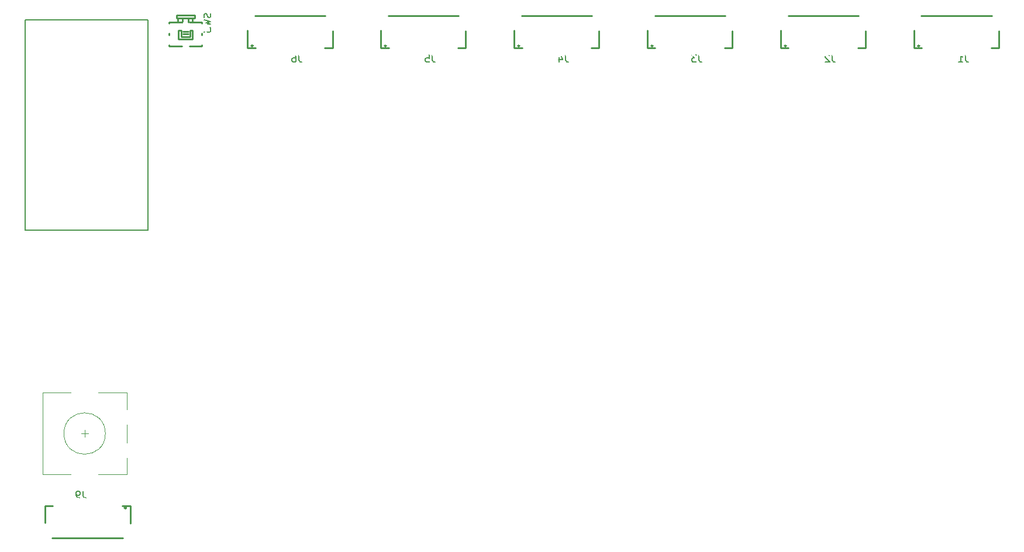
<source format=gbo>
G04 #@! TF.GenerationSoftware,KiCad,Pcbnew,7.0.8*
G04 #@! TF.CreationDate,2023-10-21T22:22:20-07:00*
G04 #@! TF.ProjectId,Seismos_5CoreR,53656973-6d6f-4735-9f35-436f7265522e,rev?*
G04 #@! TF.SameCoordinates,Original*
G04 #@! TF.FileFunction,Legend,Bot*
G04 #@! TF.FilePolarity,Positive*
%FSLAX46Y46*%
G04 Gerber Fmt 4.6, Leading zero omitted, Abs format (unit mm)*
G04 Created by KiCad (PCBNEW 7.0.8) date 2023-10-21 22:22:20*
%MOMM*%
%LPD*%
G01*
G04 APERTURE LIST*
G04 Aperture macros list*
%AMFreePoly0*
4,1,6,0.600000,0.200000,0.000000,-0.400000,-0.600000,0.200000,-0.600000,0.400000,0.600000,0.400000,0.600000,0.200000,0.600000,0.200000,$1*%
%AMFreePoly1*
4,1,6,0.600000,-0.250000,-0.600000,-0.250000,-0.600000,1.000000,0.000000,0.400000,0.600000,1.000000,0.600000,-0.250000,0.600000,-0.250000,$1*%
G04 Aperture macros list end*
%ADD10C,0.150000*%
%ADD11C,0.120000*%
%ADD12C,0.254000*%
%ADD13C,0.250000*%
%ADD14C,0.100000*%
%ADD15C,3.200000*%
%ADD16C,2.000000*%
%ADD17R,3.200000X2.000000*%
%ADD18C,1.200000*%
%ADD19O,2.500000X1.700000*%
%ADD20R,1.700000X1.700000*%
%ADD21O,1.700000X1.700000*%
%ADD22C,0.900000*%
%ADD23C,1.400000*%
%ADD24C,1.600000*%
%ADD25R,1.600000X1.600000*%
%ADD26FreePoly0,270.000000*%
%ADD27FreePoly0,90.000000*%
%ADD28FreePoly1,90.000000*%
%ADD29FreePoly1,270.000000*%
%ADD30R,0.600000X1.700000*%
%ADD31R,1.200000X1.800000*%
%ADD32R,1.550000X1.000000*%
G04 APERTURE END LIST*
D10*
X72139160Y-26109819D02*
X72139160Y-26824104D01*
X72139160Y-26824104D02*
X72186779Y-26966961D01*
X72186779Y-26966961D02*
X72282017Y-27062200D01*
X72282017Y-27062200D02*
X72424874Y-27109819D01*
X72424874Y-27109819D02*
X72520112Y-27109819D01*
X71234398Y-26109819D02*
X71424874Y-26109819D01*
X71424874Y-26109819D02*
X71520112Y-26157438D01*
X71520112Y-26157438D02*
X71567731Y-26205057D01*
X71567731Y-26205057D02*
X71662969Y-26347914D01*
X71662969Y-26347914D02*
X71710588Y-26538390D01*
X71710588Y-26538390D02*
X71710588Y-26919342D01*
X71710588Y-26919342D02*
X71662969Y-27014580D01*
X71662969Y-27014580D02*
X71615350Y-27062200D01*
X71615350Y-27062200D02*
X71520112Y-27109819D01*
X71520112Y-27109819D02*
X71329636Y-27109819D01*
X71329636Y-27109819D02*
X71234398Y-27062200D01*
X71234398Y-27062200D02*
X71186779Y-27014580D01*
X71186779Y-27014580D02*
X71139160Y-26919342D01*
X71139160Y-26919342D02*
X71139160Y-26681247D01*
X71139160Y-26681247D02*
X71186779Y-26586009D01*
X71186779Y-26586009D02*
X71234398Y-26538390D01*
X71234398Y-26538390D02*
X71329636Y-26490771D01*
X71329636Y-26490771D02*
X71520112Y-26490771D01*
X71520112Y-26490771D02*
X71615350Y-26538390D01*
X71615350Y-26538390D02*
X71662969Y-26586009D01*
X71662969Y-26586009D02*
X71710588Y-26681247D01*
X91439160Y-26109819D02*
X91439160Y-26824104D01*
X91439160Y-26824104D02*
X91486779Y-26966961D01*
X91486779Y-26966961D02*
X91582017Y-27062200D01*
X91582017Y-27062200D02*
X91724874Y-27109819D01*
X91724874Y-27109819D02*
X91820112Y-27109819D01*
X90486779Y-26109819D02*
X90962969Y-26109819D01*
X90962969Y-26109819D02*
X91010588Y-26586009D01*
X91010588Y-26586009D02*
X90962969Y-26538390D01*
X90962969Y-26538390D02*
X90867731Y-26490771D01*
X90867731Y-26490771D02*
X90629636Y-26490771D01*
X90629636Y-26490771D02*
X90534398Y-26538390D01*
X90534398Y-26538390D02*
X90486779Y-26586009D01*
X90486779Y-26586009D02*
X90439160Y-26681247D01*
X90439160Y-26681247D02*
X90439160Y-26919342D01*
X90439160Y-26919342D02*
X90486779Y-27014580D01*
X90486779Y-27014580D02*
X90534398Y-27062200D01*
X90534398Y-27062200D02*
X90629636Y-27109819D01*
X90629636Y-27109819D02*
X90867731Y-27109819D01*
X90867731Y-27109819D02*
X90962969Y-27062200D01*
X90962969Y-27062200D02*
X91010588Y-27014580D01*
X59326700Y-20093673D02*
X59374319Y-20236530D01*
X59374319Y-20236530D02*
X59374319Y-20474625D01*
X59374319Y-20474625D02*
X59326700Y-20569863D01*
X59326700Y-20569863D02*
X59279080Y-20617482D01*
X59279080Y-20617482D02*
X59183842Y-20665101D01*
X59183842Y-20665101D02*
X59088604Y-20665101D01*
X59088604Y-20665101D02*
X58993366Y-20617482D01*
X58993366Y-20617482D02*
X58945747Y-20569863D01*
X58945747Y-20569863D02*
X58898128Y-20474625D01*
X58898128Y-20474625D02*
X58850509Y-20284149D01*
X58850509Y-20284149D02*
X58802890Y-20188911D01*
X58802890Y-20188911D02*
X58755271Y-20141292D01*
X58755271Y-20141292D02*
X58660033Y-20093673D01*
X58660033Y-20093673D02*
X58564795Y-20093673D01*
X58564795Y-20093673D02*
X58469557Y-20141292D01*
X58469557Y-20141292D02*
X58421938Y-20188911D01*
X58421938Y-20188911D02*
X58374319Y-20284149D01*
X58374319Y-20284149D02*
X58374319Y-20522244D01*
X58374319Y-20522244D02*
X58421938Y-20665101D01*
X58374319Y-20998435D02*
X59374319Y-21236530D01*
X59374319Y-21236530D02*
X58660033Y-21427006D01*
X58660033Y-21427006D02*
X59374319Y-21617482D01*
X59374319Y-21617482D02*
X58374319Y-21855578D01*
X58374319Y-22141292D02*
X58374319Y-22760339D01*
X58374319Y-22760339D02*
X58755271Y-22427006D01*
X58755271Y-22427006D02*
X58755271Y-22569863D01*
X58755271Y-22569863D02*
X58802890Y-22665101D01*
X58802890Y-22665101D02*
X58850509Y-22712720D01*
X58850509Y-22712720D02*
X58945747Y-22760339D01*
X58945747Y-22760339D02*
X59183842Y-22760339D01*
X59183842Y-22760339D02*
X59279080Y-22712720D01*
X59279080Y-22712720D02*
X59326700Y-22665101D01*
X59326700Y-22665101D02*
X59374319Y-22569863D01*
X59374319Y-22569863D02*
X59374319Y-22284149D01*
X59374319Y-22284149D02*
X59326700Y-22188911D01*
X59326700Y-22188911D02*
X59279080Y-22141292D01*
X40877506Y-89299819D02*
X40877506Y-90014104D01*
X40877506Y-90014104D02*
X40925125Y-90156961D01*
X40925125Y-90156961D02*
X41020363Y-90252200D01*
X41020363Y-90252200D02*
X41163220Y-90299819D01*
X41163220Y-90299819D02*
X41258458Y-90299819D01*
X40353696Y-90299819D02*
X40163220Y-90299819D01*
X40163220Y-90299819D02*
X40067982Y-90252200D01*
X40067982Y-90252200D02*
X40020363Y-90204580D01*
X40020363Y-90204580D02*
X39925125Y-90061723D01*
X39925125Y-90061723D02*
X39877506Y-89871247D01*
X39877506Y-89871247D02*
X39877506Y-89490295D01*
X39877506Y-89490295D02*
X39925125Y-89395057D01*
X39925125Y-89395057D02*
X39972744Y-89347438D01*
X39972744Y-89347438D02*
X40067982Y-89299819D01*
X40067982Y-89299819D02*
X40258458Y-89299819D01*
X40258458Y-89299819D02*
X40353696Y-89347438D01*
X40353696Y-89347438D02*
X40401315Y-89395057D01*
X40401315Y-89395057D02*
X40448934Y-89490295D01*
X40448934Y-89490295D02*
X40448934Y-89728390D01*
X40448934Y-89728390D02*
X40401315Y-89823628D01*
X40401315Y-89823628D02*
X40353696Y-89871247D01*
X40353696Y-89871247D02*
X40258458Y-89918866D01*
X40258458Y-89918866D02*
X40067982Y-89918866D01*
X40067982Y-89918866D02*
X39972744Y-89871247D01*
X39972744Y-89871247D02*
X39925125Y-89823628D01*
X39925125Y-89823628D02*
X39877506Y-89728390D01*
X168639160Y-26109819D02*
X168639160Y-26824104D01*
X168639160Y-26824104D02*
X168686779Y-26966961D01*
X168686779Y-26966961D02*
X168782017Y-27062200D01*
X168782017Y-27062200D02*
X168924874Y-27109819D01*
X168924874Y-27109819D02*
X169020112Y-27109819D01*
X167639160Y-27109819D02*
X168210588Y-27109819D01*
X167924874Y-27109819D02*
X167924874Y-26109819D01*
X167924874Y-26109819D02*
X168020112Y-26252676D01*
X168020112Y-26252676D02*
X168115350Y-26347914D01*
X168115350Y-26347914D02*
X168210588Y-26395533D01*
X130039160Y-26109819D02*
X130039160Y-26824104D01*
X130039160Y-26824104D02*
X130086779Y-26966961D01*
X130086779Y-26966961D02*
X130182017Y-27062200D01*
X130182017Y-27062200D02*
X130324874Y-27109819D01*
X130324874Y-27109819D02*
X130420112Y-27109819D01*
X129658207Y-26109819D02*
X129039160Y-26109819D01*
X129039160Y-26109819D02*
X129372493Y-26490771D01*
X129372493Y-26490771D02*
X129229636Y-26490771D01*
X129229636Y-26490771D02*
X129134398Y-26538390D01*
X129134398Y-26538390D02*
X129086779Y-26586009D01*
X129086779Y-26586009D02*
X129039160Y-26681247D01*
X129039160Y-26681247D02*
X129039160Y-26919342D01*
X129039160Y-26919342D02*
X129086779Y-27014580D01*
X129086779Y-27014580D02*
X129134398Y-27062200D01*
X129134398Y-27062200D02*
X129229636Y-27109819D01*
X129229636Y-27109819D02*
X129515350Y-27109819D01*
X129515350Y-27109819D02*
X129610588Y-27062200D01*
X129610588Y-27062200D02*
X129658207Y-27014580D01*
X110739160Y-26109819D02*
X110739160Y-26824104D01*
X110739160Y-26824104D02*
X110786779Y-26966961D01*
X110786779Y-26966961D02*
X110882017Y-27062200D01*
X110882017Y-27062200D02*
X111024874Y-27109819D01*
X111024874Y-27109819D02*
X111120112Y-27109819D01*
X109834398Y-26443152D02*
X109834398Y-27109819D01*
X110072493Y-26062200D02*
X110310588Y-26776485D01*
X110310588Y-26776485D02*
X109691541Y-26776485D01*
X149339160Y-26109819D02*
X149339160Y-26824104D01*
X149339160Y-26824104D02*
X149386779Y-26966961D01*
X149386779Y-26966961D02*
X149482017Y-27062200D01*
X149482017Y-27062200D02*
X149624874Y-27109819D01*
X149624874Y-27109819D02*
X149720112Y-27109819D01*
X148910588Y-26205057D02*
X148862969Y-26157438D01*
X148862969Y-26157438D02*
X148767731Y-26109819D01*
X148767731Y-26109819D02*
X148529636Y-26109819D01*
X148529636Y-26109819D02*
X148434398Y-26157438D01*
X148434398Y-26157438D02*
X148386779Y-26205057D01*
X148386779Y-26205057D02*
X148339160Y-26300295D01*
X148339160Y-26300295D02*
X148339160Y-26395533D01*
X148339160Y-26395533D02*
X148386779Y-26538390D01*
X148386779Y-26538390D02*
X148958207Y-27109819D01*
X148958207Y-27109819D02*
X148339160Y-27109819D01*
D11*
X35010000Y-75060000D02*
X35010000Y-86860000D01*
X39110000Y-75060000D02*
X35010000Y-75060000D01*
X39110000Y-86860000D02*
X35010000Y-86860000D01*
X40610000Y-80960000D02*
X41610000Y-80960000D01*
X41110000Y-80460000D02*
X41110000Y-81460000D01*
X43110000Y-75060000D02*
X47210000Y-75060000D01*
X47210000Y-75060000D02*
X47210000Y-77460000D01*
X47210000Y-79660000D02*
X47210000Y-82260000D01*
X47210000Y-84460000D02*
X47210000Y-86860000D01*
X47210000Y-86860000D02*
X43110000Y-86860000D01*
X44110000Y-80960000D02*
G75*
G03*
X44110000Y-80960000I-3000000J0D01*
G01*
D10*
X50240000Y-21016000D02*
X50240000Y-51496000D01*
X32460000Y-21016000D02*
X50240000Y-21016000D01*
X32460000Y-21016000D02*
X32460000Y-51496000D01*
X50240000Y-51496000D02*
X32460000Y-51496000D01*
D12*
X64650000Y-22538000D02*
X64650000Y-25078000D01*
X64650000Y-25078000D02*
X65819000Y-25078000D01*
X75881000Y-25078000D02*
X76990000Y-25078000D01*
X75958000Y-20400000D02*
X65742000Y-20400000D01*
X76990000Y-25078000D02*
X76990000Y-22641000D01*
X65475000Y-24760000D02*
G75*
G03*
X65475000Y-24760000I-125000J0D01*
G01*
X83950000Y-22538000D02*
X83950000Y-25078000D01*
X83950000Y-25078000D02*
X85119000Y-25078000D01*
X95181000Y-25078000D02*
X96290000Y-25078000D01*
X95258000Y-20400000D02*
X85042000Y-20400000D01*
X96290000Y-25078000D02*
X96290000Y-22641000D01*
X84775000Y-24760000D02*
G75*
G03*
X84775000Y-24760000I-125000J0D01*
G01*
X53362500Y-24799500D02*
X53362500Y-24630500D01*
X55173500Y-24799500D02*
X53426500Y-24799500D01*
X58062500Y-24799500D02*
X56251500Y-24799500D01*
X58062500Y-24630500D02*
X58062500Y-24799500D01*
X54696500Y-23811500D02*
X56728500Y-23811500D01*
X56728500Y-23811500D02*
X56728500Y-22541500D01*
X55077500Y-23430500D02*
X56347500Y-23430500D01*
X56347500Y-23430500D02*
X56347500Y-22541500D01*
X53362500Y-23168500D02*
X53362500Y-22930500D01*
X55331500Y-23049500D02*
X56093500Y-23049500D01*
X58062500Y-22930500D02*
X58062500Y-23168500D01*
X55331500Y-22668500D02*
X56093500Y-22668500D01*
X54696500Y-22541500D02*
X54696500Y-23811500D01*
X54696500Y-22541500D02*
X55077500Y-22541500D01*
X55077500Y-22541500D02*
X55077500Y-23430500D01*
X56347500Y-22541500D02*
X56728500Y-22541500D01*
X53362500Y-21468500D02*
X53362500Y-21299500D01*
X55173500Y-21299500D02*
X53362500Y-21299500D01*
X58062500Y-21299500D02*
X58062500Y-21468500D01*
X58062500Y-21299500D02*
X56251500Y-21299500D01*
X54412500Y-20763500D02*
X57012500Y-20763500D01*
X54621500Y-20763500D02*
X54621500Y-21299500D01*
X55283500Y-20763500D02*
X55283500Y-21299500D01*
X56138500Y-20763500D02*
X56138500Y-21299500D01*
X56706500Y-20763500D02*
X56706500Y-21299500D01*
X54412500Y-20299500D02*
X54412500Y-20763500D01*
X54412500Y-20299500D02*
X57012500Y-20299500D01*
X57012500Y-20299500D02*
X57012500Y-20763500D01*
X47700000Y-93962000D02*
X47700000Y-91422000D01*
X47700000Y-91422000D02*
X46531000Y-91422000D01*
X36469000Y-91422000D02*
X35360000Y-91422000D01*
X36392000Y-96100000D02*
X46608000Y-96100000D01*
X35360000Y-91422000D02*
X35360000Y-93859000D01*
X47125000Y-91740000D02*
G75*
G03*
X47125000Y-91740000I-125000J0D01*
G01*
X161150000Y-22538000D02*
X161150000Y-25078000D01*
X161150000Y-25078000D02*
X162319000Y-25078000D01*
X172381000Y-25078000D02*
X173490000Y-25078000D01*
X172458000Y-20400000D02*
X162242000Y-20400000D01*
X173490000Y-25078000D02*
X173490000Y-22641000D01*
X161975000Y-24760000D02*
G75*
G03*
X161975000Y-24760000I-125000J0D01*
G01*
X122550000Y-22538000D02*
X122550000Y-25078000D01*
X122550000Y-25078000D02*
X123719000Y-25078000D01*
X133781000Y-25078000D02*
X134890000Y-25078000D01*
X133858000Y-20400000D02*
X123642000Y-20400000D01*
X134890000Y-25078000D02*
X134890000Y-22641000D01*
X123375000Y-24760000D02*
G75*
G03*
X123375000Y-24760000I-125000J0D01*
G01*
X103250000Y-22538000D02*
X103250000Y-25078000D01*
X103250000Y-25078000D02*
X104419000Y-25078000D01*
X114481000Y-25078000D02*
X115590000Y-25078000D01*
X114558000Y-20400000D02*
X104342000Y-20400000D01*
X115590000Y-25078000D02*
X115590000Y-22641000D01*
X104075000Y-24760000D02*
G75*
G03*
X104075000Y-24760000I-125000J0D01*
G01*
X141850000Y-22538000D02*
X141850000Y-25078000D01*
X141850000Y-25078000D02*
X143019000Y-25078000D01*
X153081000Y-25078000D02*
X154190000Y-25078000D01*
X153158000Y-20400000D02*
X142942000Y-20400000D01*
X154190000Y-25078000D02*
X154190000Y-22641000D01*
X142675000Y-24760000D02*
G75*
G03*
X142675000Y-24760000I-125000J0D01*
G01*
%LPC*%
D13*
X42237000Y-22286000D02*
G75*
G03*
X42237000Y-22286000I-125000J0D01*
G01*
X40713000Y-22286000D02*
G75*
G03*
X40713000Y-22286000I-125000J0D01*
G01*
X42237000Y-24826000D02*
G75*
G03*
X42237000Y-24826000I-125000J0D01*
G01*
X40713000Y-24826000D02*
G75*
G03*
X40713000Y-24826000I-125000J0D01*
G01*
X42237000Y-27366000D02*
G75*
G03*
X42237000Y-27366000I-125000J0D01*
G01*
X40713000Y-27366000D02*
G75*
G03*
X40713000Y-27366000I-125000J0D01*
G01*
X42237000Y-29906000D02*
G75*
G03*
X42237000Y-29906000I-125000J0D01*
G01*
X40713000Y-29906000D02*
G75*
G03*
X40713000Y-29906000I-125000J0D01*
G01*
X42237000Y-32446000D02*
G75*
G03*
X42237000Y-32446000I-125000J0D01*
G01*
X40713000Y-32446000D02*
G75*
G03*
X40713000Y-32446000I-125000J0D01*
G01*
X42237000Y-34986000D02*
G75*
G03*
X42237000Y-34986000I-125000J0D01*
G01*
X40713000Y-34986000D02*
G75*
G03*
X40713000Y-34986000I-125000J0D01*
G01*
X42237000Y-37526000D02*
G75*
G03*
X42237000Y-37526000I-125000J0D01*
G01*
X40713000Y-37526000D02*
G75*
G03*
X40713000Y-37526000I-125000J0D01*
G01*
X42237000Y-40066000D02*
G75*
G03*
X42237000Y-40066000I-125000J0D01*
G01*
X40713000Y-40066000D02*
G75*
G03*
X40713000Y-40066000I-125000J0D01*
G01*
X42237000Y-42606000D02*
G75*
G03*
X42237000Y-42606000I-125000J0D01*
G01*
X40713000Y-42606000D02*
G75*
G03*
X40713000Y-42606000I-125000J0D01*
G01*
X42237000Y-45146000D02*
G75*
G03*
X42237000Y-45146000I-125000J0D01*
G01*
X40713000Y-45146000D02*
G75*
G03*
X40713000Y-45146000I-125000J0D01*
G01*
X42237000Y-47686000D02*
G75*
G03*
X42237000Y-47686000I-125000J0D01*
G01*
X40713000Y-47686000D02*
G75*
G03*
X40713000Y-47686000I-125000J0D01*
G01*
X42237000Y-50226000D02*
G75*
G03*
X42237000Y-50226000I-125000J0D01*
G01*
X40713000Y-50226000D02*
G75*
G03*
X40713000Y-50226000I-125000J0D01*
G01*
D14*
X36270000Y-22794000D02*
X35254000Y-22794000D01*
X35254000Y-21778000D01*
X36270000Y-21778000D01*
X36270000Y-22794000D01*
G36*
X36270000Y-22794000D02*
G01*
X35254000Y-22794000D01*
X35254000Y-21778000D01*
X36270000Y-21778000D01*
X36270000Y-22794000D01*
G37*
X47446000Y-22794000D02*
X46430000Y-22794000D01*
X46430000Y-21778000D01*
X47446000Y-21778000D01*
X47446000Y-22794000D01*
G36*
X47446000Y-22794000D02*
G01*
X46430000Y-22794000D01*
X46430000Y-21778000D01*
X47446000Y-21778000D01*
X47446000Y-22794000D01*
G37*
X36270000Y-25334000D02*
X35254000Y-25334000D01*
X35254000Y-24318000D01*
X36270000Y-24318000D01*
X36270000Y-25334000D01*
G36*
X36270000Y-25334000D02*
G01*
X35254000Y-25334000D01*
X35254000Y-24318000D01*
X36270000Y-24318000D01*
X36270000Y-25334000D01*
G37*
X47446000Y-25334000D02*
X46430000Y-25334000D01*
X46430000Y-24318000D01*
X47446000Y-24318000D01*
X47446000Y-25334000D01*
G36*
X47446000Y-25334000D02*
G01*
X46430000Y-25334000D01*
X46430000Y-24318000D01*
X47446000Y-24318000D01*
X47446000Y-25334000D01*
G37*
X36270000Y-27874000D02*
X35254000Y-27874000D01*
X35254000Y-26858000D01*
X36270000Y-26858000D01*
X36270000Y-27874000D01*
G36*
X36270000Y-27874000D02*
G01*
X35254000Y-27874000D01*
X35254000Y-26858000D01*
X36270000Y-26858000D01*
X36270000Y-27874000D01*
G37*
X47446000Y-27874000D02*
X46430000Y-27874000D01*
X46430000Y-26858000D01*
X47446000Y-26858000D01*
X47446000Y-27874000D01*
G36*
X47446000Y-27874000D02*
G01*
X46430000Y-27874000D01*
X46430000Y-26858000D01*
X47446000Y-26858000D01*
X47446000Y-27874000D01*
G37*
X36270000Y-30414000D02*
X35254000Y-30414000D01*
X35254000Y-29398000D01*
X36270000Y-29398000D01*
X36270000Y-30414000D01*
G36*
X36270000Y-30414000D02*
G01*
X35254000Y-30414000D01*
X35254000Y-29398000D01*
X36270000Y-29398000D01*
X36270000Y-30414000D01*
G37*
X47446000Y-30414000D02*
X46430000Y-30414000D01*
X46430000Y-29398000D01*
X47446000Y-29398000D01*
X47446000Y-30414000D01*
G36*
X47446000Y-30414000D02*
G01*
X46430000Y-30414000D01*
X46430000Y-29398000D01*
X47446000Y-29398000D01*
X47446000Y-30414000D01*
G37*
X36270000Y-32954000D02*
X35254000Y-32954000D01*
X35254000Y-31938000D01*
X36270000Y-31938000D01*
X36270000Y-32954000D01*
G36*
X36270000Y-32954000D02*
G01*
X35254000Y-32954000D01*
X35254000Y-31938000D01*
X36270000Y-31938000D01*
X36270000Y-32954000D01*
G37*
X47446000Y-32954000D02*
X46430000Y-32954000D01*
X46430000Y-31938000D01*
X47446000Y-31938000D01*
X47446000Y-32954000D01*
G36*
X47446000Y-32954000D02*
G01*
X46430000Y-32954000D01*
X46430000Y-31938000D01*
X47446000Y-31938000D01*
X47446000Y-32954000D01*
G37*
X36270000Y-35494000D02*
X35254000Y-35494000D01*
X35254000Y-34478000D01*
X36270000Y-34478000D01*
X36270000Y-35494000D01*
G36*
X36270000Y-35494000D02*
G01*
X35254000Y-35494000D01*
X35254000Y-34478000D01*
X36270000Y-34478000D01*
X36270000Y-35494000D01*
G37*
X47446000Y-35494000D02*
X46430000Y-35494000D01*
X46430000Y-34478000D01*
X47446000Y-34478000D01*
X47446000Y-35494000D01*
G36*
X47446000Y-35494000D02*
G01*
X46430000Y-35494000D01*
X46430000Y-34478000D01*
X47446000Y-34478000D01*
X47446000Y-35494000D01*
G37*
X36270000Y-38034000D02*
X35254000Y-38034000D01*
X35254000Y-37018000D01*
X36270000Y-37018000D01*
X36270000Y-38034000D01*
G36*
X36270000Y-38034000D02*
G01*
X35254000Y-38034000D01*
X35254000Y-37018000D01*
X36270000Y-37018000D01*
X36270000Y-38034000D01*
G37*
X47446000Y-38034000D02*
X46430000Y-38034000D01*
X46430000Y-37018000D01*
X47446000Y-37018000D01*
X47446000Y-38034000D01*
G36*
X47446000Y-38034000D02*
G01*
X46430000Y-38034000D01*
X46430000Y-37018000D01*
X47446000Y-37018000D01*
X47446000Y-38034000D01*
G37*
X36270000Y-40574000D02*
X35254000Y-40574000D01*
X35254000Y-39558000D01*
X36270000Y-39558000D01*
X36270000Y-40574000D01*
G36*
X36270000Y-40574000D02*
G01*
X35254000Y-40574000D01*
X35254000Y-39558000D01*
X36270000Y-39558000D01*
X36270000Y-40574000D01*
G37*
X47446000Y-40574000D02*
X46430000Y-40574000D01*
X46430000Y-39558000D01*
X47446000Y-39558000D01*
X47446000Y-40574000D01*
G36*
X47446000Y-40574000D02*
G01*
X46430000Y-40574000D01*
X46430000Y-39558000D01*
X47446000Y-39558000D01*
X47446000Y-40574000D01*
G37*
X36270000Y-43114000D02*
X35254000Y-43114000D01*
X35254000Y-42098000D01*
X36270000Y-42098000D01*
X36270000Y-43114000D01*
G36*
X36270000Y-43114000D02*
G01*
X35254000Y-43114000D01*
X35254000Y-42098000D01*
X36270000Y-42098000D01*
X36270000Y-43114000D01*
G37*
X47446000Y-43114000D02*
X46430000Y-43114000D01*
X46430000Y-42098000D01*
X47446000Y-42098000D01*
X47446000Y-43114000D01*
G36*
X47446000Y-43114000D02*
G01*
X46430000Y-43114000D01*
X46430000Y-42098000D01*
X47446000Y-42098000D01*
X47446000Y-43114000D01*
G37*
X36270000Y-45654000D02*
X35254000Y-45654000D01*
X35254000Y-44638000D01*
X36270000Y-44638000D01*
X36270000Y-45654000D01*
G36*
X36270000Y-45654000D02*
G01*
X35254000Y-45654000D01*
X35254000Y-44638000D01*
X36270000Y-44638000D01*
X36270000Y-45654000D01*
G37*
X47446000Y-45654000D02*
X46430000Y-45654000D01*
X46430000Y-44638000D01*
X47446000Y-44638000D01*
X47446000Y-45654000D01*
G36*
X47446000Y-45654000D02*
G01*
X46430000Y-45654000D01*
X46430000Y-44638000D01*
X47446000Y-44638000D01*
X47446000Y-45654000D01*
G37*
X36270000Y-48194000D02*
X35254000Y-48194000D01*
X35254000Y-47178000D01*
X36270000Y-47178000D01*
X36270000Y-48194000D01*
G36*
X36270000Y-48194000D02*
G01*
X35254000Y-48194000D01*
X35254000Y-47178000D01*
X36270000Y-47178000D01*
X36270000Y-48194000D01*
G37*
X47446000Y-48194000D02*
X46430000Y-48194000D01*
X46430000Y-47178000D01*
X47446000Y-47178000D01*
X47446000Y-48194000D01*
G36*
X47446000Y-48194000D02*
G01*
X46430000Y-48194000D01*
X46430000Y-47178000D01*
X47446000Y-47178000D01*
X47446000Y-48194000D01*
G37*
X36270000Y-50734000D02*
X35254000Y-50734000D01*
X35254000Y-49718000D01*
X36270000Y-49718000D01*
X36270000Y-50734000D01*
G36*
X36270000Y-50734000D02*
G01*
X35254000Y-50734000D01*
X35254000Y-49718000D01*
X36270000Y-49718000D01*
X36270000Y-50734000D01*
G37*
X47446000Y-50734000D02*
X46430000Y-50734000D01*
X46430000Y-49718000D01*
X47446000Y-49718000D01*
X47446000Y-50734000D01*
G36*
X47446000Y-50734000D02*
G01*
X46430000Y-50734000D01*
X46430000Y-49718000D01*
X47446000Y-49718000D01*
X47446000Y-50734000D01*
G37*
D15*
X51000000Y-64750000D03*
D16*
X33610000Y-78460000D03*
X33610000Y-83460000D03*
X33610000Y-80960000D03*
D17*
X41110000Y-75360000D03*
X41110000Y-86560000D03*
D16*
X48110000Y-83460000D03*
X48110000Y-78460000D03*
D18*
X33670000Y-70775000D03*
X40670000Y-70775000D03*
X33670000Y-69025000D03*
X40670000Y-69025000D03*
D19*
X42470000Y-66925000D03*
X38470000Y-66925000D03*
X35470000Y-66925000D03*
X43470000Y-71125000D03*
D20*
X36284000Y-53766000D03*
D21*
X38824000Y-53766000D03*
X41364000Y-53766000D03*
X43904000Y-53766000D03*
X46444000Y-53766000D03*
D22*
X32200000Y-58632000D03*
X32200000Y-61632000D03*
D23*
X38949500Y-60632000D03*
X38949500Y-58632000D03*
D15*
X80500000Y-26500000D03*
D24*
X48970000Y-22286000D03*
D25*
X48970000Y-22286000D03*
D26*
X47192000Y-22286000D03*
D27*
X35508000Y-22286000D03*
D24*
X33730000Y-22286000D03*
X48970000Y-24826000D03*
D26*
X47192000Y-24826000D03*
D27*
X35508000Y-24826000D03*
D24*
X33730000Y-24826000D03*
X48970000Y-27366000D03*
D26*
X47192000Y-27366000D03*
D27*
X35508000Y-27366000D03*
D24*
X33730000Y-27366000D03*
X48970000Y-29906000D03*
D26*
X47192000Y-29906000D03*
D27*
X35508000Y-29906000D03*
D24*
X33730000Y-29906000D03*
X48970000Y-32446000D03*
D26*
X47192000Y-32446000D03*
D27*
X35508000Y-32446000D03*
D24*
X33730000Y-32446000D03*
X48970000Y-34986000D03*
D26*
X47192000Y-34986000D03*
D27*
X35508000Y-34986000D03*
D24*
X33730000Y-34986000D03*
X48970000Y-37526000D03*
D26*
X47192000Y-37526000D03*
D27*
X35508000Y-37526000D03*
D24*
X33730000Y-37526000D03*
X48970000Y-40066000D03*
D26*
X47192000Y-40066000D03*
D27*
X35508000Y-40066000D03*
D24*
X33730000Y-40066000D03*
X48970000Y-42606000D03*
D26*
X47192000Y-42606000D03*
D27*
X35508000Y-42606000D03*
D24*
X33730000Y-42606000D03*
X48970000Y-45146000D03*
D26*
X47192000Y-45146000D03*
D27*
X35508000Y-45146000D03*
D24*
X33730000Y-45146000D03*
X48970000Y-47686000D03*
D26*
X47192000Y-47686000D03*
D27*
X35508000Y-47686000D03*
D24*
X33730000Y-47686000D03*
X48970000Y-50226000D03*
D26*
X47192000Y-50226000D03*
D27*
X35508000Y-50226000D03*
D24*
X33730000Y-50226000D03*
D28*
X36524000Y-22286000D03*
X36524000Y-24826000D03*
X36524000Y-27366000D03*
X36524000Y-29906000D03*
X36524000Y-32446000D03*
X36524000Y-34986000D03*
X36524000Y-37526000D03*
X36524000Y-40066000D03*
X36524000Y-42606000D03*
X36524000Y-45146000D03*
X36524000Y-47686000D03*
X36524000Y-50226000D03*
D29*
X46176000Y-50226000D03*
X46176000Y-47686000D03*
X46176000Y-45146000D03*
X46176000Y-42606000D03*
X46176000Y-40066000D03*
X46176000Y-37526000D03*
X46176000Y-34986000D03*
X46176000Y-32446000D03*
X46176000Y-29906000D03*
X46176000Y-27366000D03*
X46176000Y-24826000D03*
X46176000Y-22286000D03*
D15*
X157700000Y-26500000D03*
X52500000Y-92500000D03*
X119100000Y-26500000D03*
D30*
X66350000Y-25386000D03*
X67350000Y-25386000D03*
X68350000Y-25385000D03*
X69350000Y-25385000D03*
X70350000Y-25385000D03*
X71350000Y-25385000D03*
X72350000Y-25385000D03*
X73350000Y-25385000D03*
X74350000Y-25385000D03*
X75350000Y-25385000D03*
D31*
X65050000Y-21510000D03*
X76650000Y-21510000D03*
D30*
X85650000Y-25386000D03*
X86650000Y-25386000D03*
X87650000Y-25385000D03*
X88650000Y-25385000D03*
X89650000Y-25385000D03*
X90650000Y-25385000D03*
X91650000Y-25385000D03*
X92650000Y-25385000D03*
X93650000Y-25385000D03*
X94650000Y-25385000D03*
D31*
X84350000Y-21510000D03*
X95950000Y-21510000D03*
D22*
X55712500Y-24449500D03*
X55712500Y-21649500D03*
D32*
X58312500Y-23899500D03*
X58312500Y-22199500D03*
X53112500Y-23899500D03*
X53112500Y-22199500D03*
D30*
X46000000Y-91114000D03*
X45000000Y-91114000D03*
X44000000Y-91115000D03*
X43000000Y-91115000D03*
X42000000Y-91115000D03*
X41000000Y-91115000D03*
X40000000Y-91115000D03*
X39000000Y-91115000D03*
X38000000Y-91115000D03*
X37000000Y-91115000D03*
D31*
X47300000Y-94990000D03*
X35700000Y-94990000D03*
D30*
X162850000Y-25386000D03*
X163850000Y-25386000D03*
X164850000Y-25385000D03*
X165850000Y-25385000D03*
X166850000Y-25385000D03*
X167850000Y-25385000D03*
X168850000Y-25385000D03*
X169850000Y-25385000D03*
X170850000Y-25385000D03*
X171850000Y-25385000D03*
D31*
X161550000Y-21510000D03*
X173150000Y-21510000D03*
D30*
X124250000Y-25386000D03*
X125250000Y-25386000D03*
X126250000Y-25385000D03*
X127250000Y-25385000D03*
X128250000Y-25385000D03*
X129250000Y-25385000D03*
X130250000Y-25385000D03*
X131250000Y-25385000D03*
X132250000Y-25385000D03*
X133250000Y-25385000D03*
D31*
X122950000Y-21510000D03*
X134550000Y-21510000D03*
D30*
X104950000Y-25386000D03*
X105950000Y-25386000D03*
X106950000Y-25385000D03*
X107950000Y-25385000D03*
X108950000Y-25385000D03*
X109950000Y-25385000D03*
X110950000Y-25385000D03*
X111950000Y-25385000D03*
X112950000Y-25385000D03*
X113950000Y-25385000D03*
D31*
X103650000Y-21510000D03*
X115250000Y-21510000D03*
D30*
X143550000Y-25386000D03*
X144550000Y-25386000D03*
X145550000Y-25385000D03*
X146550000Y-25385000D03*
X147550000Y-25385000D03*
X148550000Y-25385000D03*
X149550000Y-25385000D03*
X150550000Y-25385000D03*
X151550000Y-25385000D03*
X152550000Y-25385000D03*
D31*
X142250000Y-21510000D03*
X153850000Y-21510000D03*
%LPD*%
M02*

</source>
